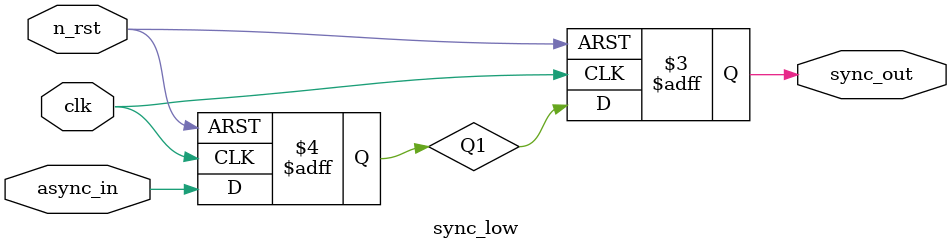
<source format=sv>

module sync_low
(
	input wire clk,
	input wire n_rst,
	input wire async_in,
	output reg sync_out
);

reg Q1;

always_ff @ (posedge clk, negedge n_rst)
begin 
	if(1'b0 == n_rst)
	begin
		Q1 <= 1'b0;
		sync_out <= 1'b0;
	end
	else
	begin
		Q1 <= async_in;
		sync_out <= Q1;
	end
end
endmodule
		 
</source>
